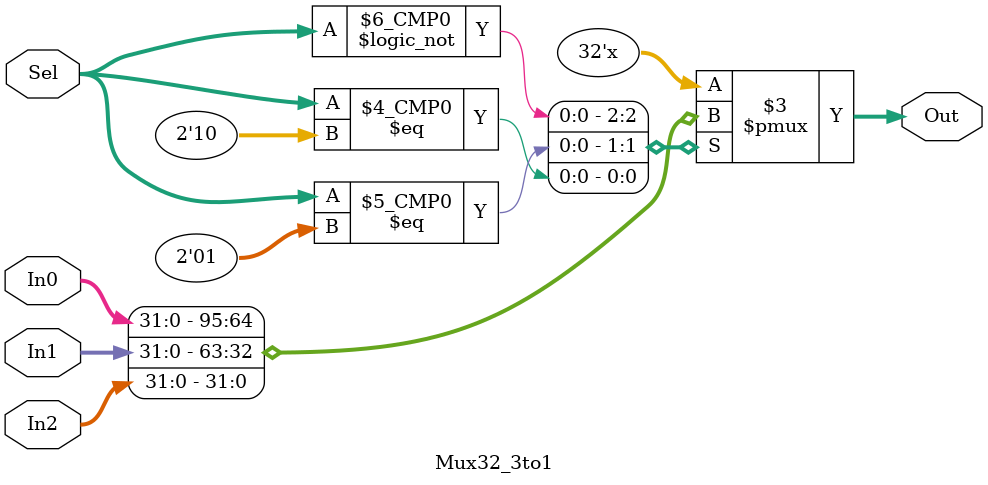
<source format=v>
module Mux32_3to1 (Sel,In0,In1,In2,Out);

	input[1:0] Sel;
	input[31:0] In0, In1, In2;

	output[31:0] Out;
		reg[31:0] Out;

	always @(Sel or In0 or In1 or In2)
	begin
		case(Sel)	// synopsys full_case
		2'b00: Out = In0;
		2'b01: Out = In1;
		2'b10: Out = In2;
		endcase
	end

endmodule

</source>
